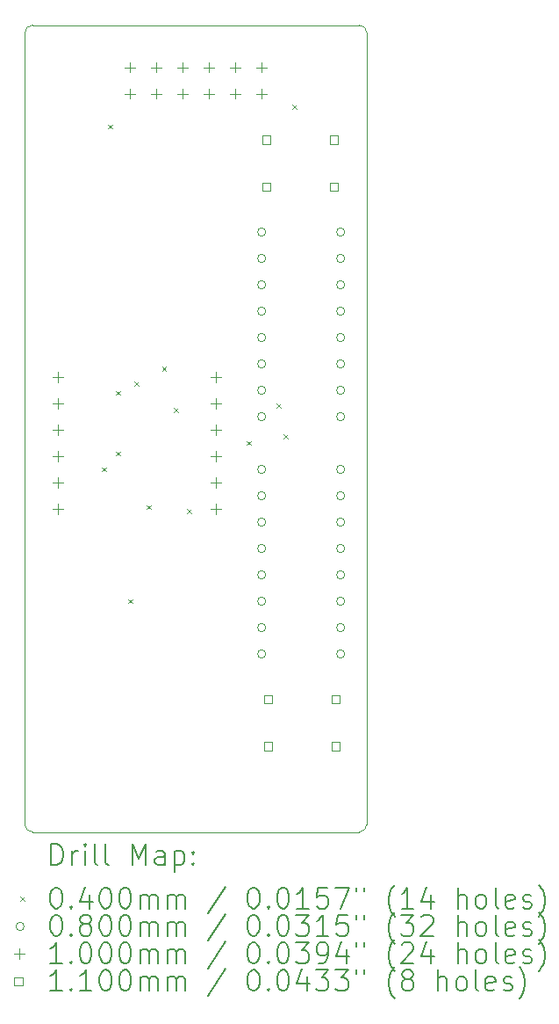
<source format=gbr>
%TF.GenerationSoftware,KiCad,Pcbnew,7.0.9-7.0.9~ubuntu20.04.1*%
%TF.CreationDate,2023-12-20T18:48:28+01:00*%
%TF.ProjectId,kicad-pmod_7seg,6b696361-642d-4706-9d6f-645f37736567,1.0*%
%TF.SameCoordinates,Original*%
%TF.FileFunction,Drillmap*%
%TF.FilePolarity,Positive*%
%FSLAX45Y45*%
G04 Gerber Fmt 4.5, Leading zero omitted, Abs format (unit mm)*
G04 Created by KiCad (PCBNEW 7.0.9-7.0.9~ubuntu20.04.1) date 2023-12-20 18:48:28*
%MOMM*%
%LPD*%
G01*
G04 APERTURE LIST*
%ADD10C,0.100000*%
%ADD11C,0.200000*%
%ADD12C,0.110000*%
G04 APERTURE END LIST*
D10*
X14909800Y-12192000D02*
G75*
G03*
X14986000Y-12115800I0J76200D01*
G01*
X14986000Y-4495800D02*
G75*
G03*
X14909800Y-4419600I-76200J0D01*
G01*
X11760200Y-4419600D02*
G75*
G03*
X11684000Y-4495800I0J-76200D01*
G01*
X11684000Y-12115800D02*
G75*
G03*
X11760200Y-12192000I76200J0D01*
G01*
X14986000Y-12115800D02*
X14986000Y-4495800D01*
X11760200Y-12192000D02*
X14909800Y-12192000D01*
X11684000Y-4495800D02*
X11684000Y-12115800D01*
X14909800Y-4419600D02*
X11760200Y-4419600D01*
D11*
D10*
X12426000Y-8679500D02*
X12466000Y-8719500D01*
X12466000Y-8679500D02*
X12426000Y-8719500D01*
X12489500Y-5377500D02*
X12529500Y-5417500D01*
X12529500Y-5377500D02*
X12489500Y-5417500D01*
X12565700Y-7942900D02*
X12605700Y-7982900D01*
X12605700Y-7942900D02*
X12565700Y-7982900D01*
X12565700Y-8527100D02*
X12605700Y-8567100D01*
X12605700Y-8527100D02*
X12565700Y-8567100D01*
X12680000Y-9949500D02*
X12720000Y-9989500D01*
X12720000Y-9949500D02*
X12680000Y-9989500D01*
X12743500Y-7854000D02*
X12783500Y-7894000D01*
X12783500Y-7854000D02*
X12743500Y-7894000D01*
X12858610Y-9044260D02*
X12898610Y-9084260D01*
X12898610Y-9044260D02*
X12858610Y-9084260D01*
X13008820Y-7711970D02*
X13048820Y-7751970D01*
X13048820Y-7711970D02*
X13008820Y-7751970D01*
X13124500Y-8108000D02*
X13164500Y-8148000D01*
X13164500Y-8108000D02*
X13124500Y-8148000D01*
X13249450Y-9079810D02*
X13289450Y-9119810D01*
X13289450Y-9079810D02*
X13249450Y-9119810D01*
X13823000Y-8425500D02*
X13863000Y-8465500D01*
X13863000Y-8425500D02*
X13823000Y-8465500D01*
X14111230Y-8063340D02*
X14151230Y-8103340D01*
X14151230Y-8063340D02*
X14111230Y-8103340D01*
X14178840Y-8362240D02*
X14218840Y-8402240D01*
X14218840Y-8362240D02*
X14178840Y-8402240D01*
X14267500Y-5187000D02*
X14307500Y-5227000D01*
X14307500Y-5187000D02*
X14267500Y-5227000D01*
X14010000Y-6413500D02*
G75*
G03*
X14010000Y-6413500I-40000J0D01*
G01*
X14010000Y-6667500D02*
G75*
G03*
X14010000Y-6667500I-40000J0D01*
G01*
X14010000Y-6921500D02*
G75*
G03*
X14010000Y-6921500I-40000J0D01*
G01*
X14010000Y-7175500D02*
G75*
G03*
X14010000Y-7175500I-40000J0D01*
G01*
X14010000Y-7429500D02*
G75*
G03*
X14010000Y-7429500I-40000J0D01*
G01*
X14010000Y-7683500D02*
G75*
G03*
X14010000Y-7683500I-40000J0D01*
G01*
X14010000Y-7937500D02*
G75*
G03*
X14010000Y-7937500I-40000J0D01*
G01*
X14010000Y-8191500D02*
G75*
G03*
X14010000Y-8191500I-40000J0D01*
G01*
X14010000Y-8699500D02*
G75*
G03*
X14010000Y-8699500I-40000J0D01*
G01*
X14010000Y-8953500D02*
G75*
G03*
X14010000Y-8953500I-40000J0D01*
G01*
X14010000Y-9207500D02*
G75*
G03*
X14010000Y-9207500I-40000J0D01*
G01*
X14010000Y-9461500D02*
G75*
G03*
X14010000Y-9461500I-40000J0D01*
G01*
X14010000Y-9715500D02*
G75*
G03*
X14010000Y-9715500I-40000J0D01*
G01*
X14010000Y-9969500D02*
G75*
G03*
X14010000Y-9969500I-40000J0D01*
G01*
X14010000Y-10223500D02*
G75*
G03*
X14010000Y-10223500I-40000J0D01*
G01*
X14010000Y-10477500D02*
G75*
G03*
X14010000Y-10477500I-40000J0D01*
G01*
X14772000Y-6413500D02*
G75*
G03*
X14772000Y-6413500I-40000J0D01*
G01*
X14772000Y-6667500D02*
G75*
G03*
X14772000Y-6667500I-40000J0D01*
G01*
X14772000Y-6921500D02*
G75*
G03*
X14772000Y-6921500I-40000J0D01*
G01*
X14772000Y-7175500D02*
G75*
G03*
X14772000Y-7175500I-40000J0D01*
G01*
X14772000Y-7429500D02*
G75*
G03*
X14772000Y-7429500I-40000J0D01*
G01*
X14772000Y-7683500D02*
G75*
G03*
X14772000Y-7683500I-40000J0D01*
G01*
X14772000Y-7937500D02*
G75*
G03*
X14772000Y-7937500I-40000J0D01*
G01*
X14772000Y-8191500D02*
G75*
G03*
X14772000Y-8191500I-40000J0D01*
G01*
X14772000Y-8699500D02*
G75*
G03*
X14772000Y-8699500I-40000J0D01*
G01*
X14772000Y-8953500D02*
G75*
G03*
X14772000Y-8953500I-40000J0D01*
G01*
X14772000Y-9207500D02*
G75*
G03*
X14772000Y-9207500I-40000J0D01*
G01*
X14772000Y-9461500D02*
G75*
G03*
X14772000Y-9461500I-40000J0D01*
G01*
X14772000Y-9715500D02*
G75*
G03*
X14772000Y-9715500I-40000J0D01*
G01*
X14772000Y-9969500D02*
G75*
G03*
X14772000Y-9969500I-40000J0D01*
G01*
X14772000Y-10223500D02*
G75*
G03*
X14772000Y-10223500I-40000J0D01*
G01*
X14772000Y-10477500D02*
G75*
G03*
X14772000Y-10477500I-40000J0D01*
G01*
X12001500Y-7760500D02*
X12001500Y-7860500D01*
X11951500Y-7810500D02*
X12051500Y-7810500D01*
X12001500Y-8014500D02*
X12001500Y-8114500D01*
X11951500Y-8064500D02*
X12051500Y-8064500D01*
X12001500Y-8268500D02*
X12001500Y-8368500D01*
X11951500Y-8318500D02*
X12051500Y-8318500D01*
X12001500Y-8522500D02*
X12001500Y-8622500D01*
X11951500Y-8572500D02*
X12051500Y-8572500D01*
X12001500Y-8776500D02*
X12001500Y-8876500D01*
X11951500Y-8826500D02*
X12051500Y-8826500D01*
X12001500Y-9030500D02*
X12001500Y-9130500D01*
X11951500Y-9080500D02*
X12051500Y-9080500D01*
X12700000Y-4776000D02*
X12700000Y-4876000D01*
X12650000Y-4826000D02*
X12750000Y-4826000D01*
X12700000Y-5030000D02*
X12700000Y-5130000D01*
X12650000Y-5080000D02*
X12750000Y-5080000D01*
X12954000Y-4776000D02*
X12954000Y-4876000D01*
X12904000Y-4826000D02*
X13004000Y-4826000D01*
X12954000Y-5030000D02*
X12954000Y-5130000D01*
X12904000Y-5080000D02*
X13004000Y-5080000D01*
X13208000Y-4776000D02*
X13208000Y-4876000D01*
X13158000Y-4826000D02*
X13258000Y-4826000D01*
X13208000Y-5030000D02*
X13208000Y-5130000D01*
X13158000Y-5080000D02*
X13258000Y-5080000D01*
X13462000Y-4776000D02*
X13462000Y-4876000D01*
X13412000Y-4826000D02*
X13512000Y-4826000D01*
X13462000Y-5030000D02*
X13462000Y-5130000D01*
X13412000Y-5080000D02*
X13512000Y-5080000D01*
X13525500Y-7760500D02*
X13525500Y-7860500D01*
X13475500Y-7810500D02*
X13575500Y-7810500D01*
X13525500Y-8014500D02*
X13525500Y-8114500D01*
X13475500Y-8064500D02*
X13575500Y-8064500D01*
X13525500Y-8268500D02*
X13525500Y-8368500D01*
X13475500Y-8318500D02*
X13575500Y-8318500D01*
X13525500Y-8522500D02*
X13525500Y-8622500D01*
X13475500Y-8572500D02*
X13575500Y-8572500D01*
X13525500Y-8776500D02*
X13525500Y-8876500D01*
X13475500Y-8826500D02*
X13575500Y-8826500D01*
X13525500Y-9030500D02*
X13525500Y-9130500D01*
X13475500Y-9080500D02*
X13575500Y-9080500D01*
X13716000Y-4776000D02*
X13716000Y-4876000D01*
X13666000Y-4826000D02*
X13766000Y-4826000D01*
X13716000Y-5030000D02*
X13716000Y-5130000D01*
X13666000Y-5080000D02*
X13766000Y-5080000D01*
X13970000Y-4776000D02*
X13970000Y-4876000D01*
X13920000Y-4826000D02*
X14020000Y-4826000D01*
X13970000Y-5030000D02*
X13970000Y-5130000D01*
X13920000Y-5080000D02*
X14020000Y-5080000D01*
D12*
X14057391Y-5563391D02*
X14057391Y-5485609D01*
X13979609Y-5485609D01*
X13979609Y-5563391D01*
X14057391Y-5563391D01*
X14057391Y-6013391D02*
X14057391Y-5935609D01*
X13979609Y-5935609D01*
X13979609Y-6013391D01*
X14057391Y-6013391D01*
X14072391Y-10955391D02*
X14072391Y-10877609D01*
X13994609Y-10877609D01*
X13994609Y-10955391D01*
X14072391Y-10955391D01*
X14072391Y-11405391D02*
X14072391Y-11327609D01*
X13994609Y-11327609D01*
X13994609Y-11405391D01*
X14072391Y-11405391D01*
X14707391Y-5563391D02*
X14707391Y-5485609D01*
X14629609Y-5485609D01*
X14629609Y-5563391D01*
X14707391Y-5563391D01*
X14707391Y-6013391D02*
X14707391Y-5935609D01*
X14629609Y-5935609D01*
X14629609Y-6013391D01*
X14707391Y-6013391D01*
X14722391Y-10955391D02*
X14722391Y-10877609D01*
X14644609Y-10877609D01*
X14644609Y-10955391D01*
X14722391Y-10955391D01*
X14722391Y-11405391D02*
X14722391Y-11327609D01*
X14644609Y-11327609D01*
X14644609Y-11405391D01*
X14722391Y-11405391D01*
D11*
X11939777Y-12508484D02*
X11939777Y-12308484D01*
X11939777Y-12308484D02*
X11987396Y-12308484D01*
X11987396Y-12308484D02*
X12015967Y-12318008D01*
X12015967Y-12318008D02*
X12035015Y-12337055D01*
X12035015Y-12337055D02*
X12044539Y-12356103D01*
X12044539Y-12356103D02*
X12054062Y-12394198D01*
X12054062Y-12394198D02*
X12054062Y-12422769D01*
X12054062Y-12422769D02*
X12044539Y-12460865D01*
X12044539Y-12460865D02*
X12035015Y-12479912D01*
X12035015Y-12479912D02*
X12015967Y-12498960D01*
X12015967Y-12498960D02*
X11987396Y-12508484D01*
X11987396Y-12508484D02*
X11939777Y-12508484D01*
X12139777Y-12508484D02*
X12139777Y-12375150D01*
X12139777Y-12413246D02*
X12149301Y-12394198D01*
X12149301Y-12394198D02*
X12158824Y-12384674D01*
X12158824Y-12384674D02*
X12177872Y-12375150D01*
X12177872Y-12375150D02*
X12196920Y-12375150D01*
X12263586Y-12508484D02*
X12263586Y-12375150D01*
X12263586Y-12308484D02*
X12254062Y-12318008D01*
X12254062Y-12318008D02*
X12263586Y-12327531D01*
X12263586Y-12327531D02*
X12273110Y-12318008D01*
X12273110Y-12318008D02*
X12263586Y-12308484D01*
X12263586Y-12308484D02*
X12263586Y-12327531D01*
X12387396Y-12508484D02*
X12368348Y-12498960D01*
X12368348Y-12498960D02*
X12358824Y-12479912D01*
X12358824Y-12479912D02*
X12358824Y-12308484D01*
X12492158Y-12508484D02*
X12473110Y-12498960D01*
X12473110Y-12498960D02*
X12463586Y-12479912D01*
X12463586Y-12479912D02*
X12463586Y-12308484D01*
X12720729Y-12508484D02*
X12720729Y-12308484D01*
X12720729Y-12308484D02*
X12787396Y-12451341D01*
X12787396Y-12451341D02*
X12854062Y-12308484D01*
X12854062Y-12308484D02*
X12854062Y-12508484D01*
X13035015Y-12508484D02*
X13035015Y-12403722D01*
X13035015Y-12403722D02*
X13025491Y-12384674D01*
X13025491Y-12384674D02*
X13006443Y-12375150D01*
X13006443Y-12375150D02*
X12968348Y-12375150D01*
X12968348Y-12375150D02*
X12949301Y-12384674D01*
X13035015Y-12498960D02*
X13015967Y-12508484D01*
X13015967Y-12508484D02*
X12968348Y-12508484D01*
X12968348Y-12508484D02*
X12949301Y-12498960D01*
X12949301Y-12498960D02*
X12939777Y-12479912D01*
X12939777Y-12479912D02*
X12939777Y-12460865D01*
X12939777Y-12460865D02*
X12949301Y-12441817D01*
X12949301Y-12441817D02*
X12968348Y-12432293D01*
X12968348Y-12432293D02*
X13015967Y-12432293D01*
X13015967Y-12432293D02*
X13035015Y-12422769D01*
X13130253Y-12375150D02*
X13130253Y-12575150D01*
X13130253Y-12384674D02*
X13149301Y-12375150D01*
X13149301Y-12375150D02*
X13187396Y-12375150D01*
X13187396Y-12375150D02*
X13206443Y-12384674D01*
X13206443Y-12384674D02*
X13215967Y-12394198D01*
X13215967Y-12394198D02*
X13225491Y-12413246D01*
X13225491Y-12413246D02*
X13225491Y-12470388D01*
X13225491Y-12470388D02*
X13215967Y-12489436D01*
X13215967Y-12489436D02*
X13206443Y-12498960D01*
X13206443Y-12498960D02*
X13187396Y-12508484D01*
X13187396Y-12508484D02*
X13149301Y-12508484D01*
X13149301Y-12508484D02*
X13130253Y-12498960D01*
X13311205Y-12489436D02*
X13320729Y-12498960D01*
X13320729Y-12498960D02*
X13311205Y-12508484D01*
X13311205Y-12508484D02*
X13301682Y-12498960D01*
X13301682Y-12498960D02*
X13311205Y-12489436D01*
X13311205Y-12489436D02*
X13311205Y-12508484D01*
X13311205Y-12384674D02*
X13320729Y-12394198D01*
X13320729Y-12394198D02*
X13311205Y-12403722D01*
X13311205Y-12403722D02*
X13301682Y-12394198D01*
X13301682Y-12394198D02*
X13311205Y-12384674D01*
X13311205Y-12384674D02*
X13311205Y-12403722D01*
D10*
X11639000Y-12817000D02*
X11679000Y-12857000D01*
X11679000Y-12817000D02*
X11639000Y-12857000D01*
D11*
X11977872Y-12728484D02*
X11996920Y-12728484D01*
X11996920Y-12728484D02*
X12015967Y-12738008D01*
X12015967Y-12738008D02*
X12025491Y-12747531D01*
X12025491Y-12747531D02*
X12035015Y-12766579D01*
X12035015Y-12766579D02*
X12044539Y-12804674D01*
X12044539Y-12804674D02*
X12044539Y-12852293D01*
X12044539Y-12852293D02*
X12035015Y-12890388D01*
X12035015Y-12890388D02*
X12025491Y-12909436D01*
X12025491Y-12909436D02*
X12015967Y-12918960D01*
X12015967Y-12918960D02*
X11996920Y-12928484D01*
X11996920Y-12928484D02*
X11977872Y-12928484D01*
X11977872Y-12928484D02*
X11958824Y-12918960D01*
X11958824Y-12918960D02*
X11949301Y-12909436D01*
X11949301Y-12909436D02*
X11939777Y-12890388D01*
X11939777Y-12890388D02*
X11930253Y-12852293D01*
X11930253Y-12852293D02*
X11930253Y-12804674D01*
X11930253Y-12804674D02*
X11939777Y-12766579D01*
X11939777Y-12766579D02*
X11949301Y-12747531D01*
X11949301Y-12747531D02*
X11958824Y-12738008D01*
X11958824Y-12738008D02*
X11977872Y-12728484D01*
X12130253Y-12909436D02*
X12139777Y-12918960D01*
X12139777Y-12918960D02*
X12130253Y-12928484D01*
X12130253Y-12928484D02*
X12120729Y-12918960D01*
X12120729Y-12918960D02*
X12130253Y-12909436D01*
X12130253Y-12909436D02*
X12130253Y-12928484D01*
X12311205Y-12795150D02*
X12311205Y-12928484D01*
X12263586Y-12718960D02*
X12215967Y-12861817D01*
X12215967Y-12861817D02*
X12339777Y-12861817D01*
X12454062Y-12728484D02*
X12473110Y-12728484D01*
X12473110Y-12728484D02*
X12492158Y-12738008D01*
X12492158Y-12738008D02*
X12501682Y-12747531D01*
X12501682Y-12747531D02*
X12511205Y-12766579D01*
X12511205Y-12766579D02*
X12520729Y-12804674D01*
X12520729Y-12804674D02*
X12520729Y-12852293D01*
X12520729Y-12852293D02*
X12511205Y-12890388D01*
X12511205Y-12890388D02*
X12501682Y-12909436D01*
X12501682Y-12909436D02*
X12492158Y-12918960D01*
X12492158Y-12918960D02*
X12473110Y-12928484D01*
X12473110Y-12928484D02*
X12454062Y-12928484D01*
X12454062Y-12928484D02*
X12435015Y-12918960D01*
X12435015Y-12918960D02*
X12425491Y-12909436D01*
X12425491Y-12909436D02*
X12415967Y-12890388D01*
X12415967Y-12890388D02*
X12406443Y-12852293D01*
X12406443Y-12852293D02*
X12406443Y-12804674D01*
X12406443Y-12804674D02*
X12415967Y-12766579D01*
X12415967Y-12766579D02*
X12425491Y-12747531D01*
X12425491Y-12747531D02*
X12435015Y-12738008D01*
X12435015Y-12738008D02*
X12454062Y-12728484D01*
X12644539Y-12728484D02*
X12663586Y-12728484D01*
X12663586Y-12728484D02*
X12682634Y-12738008D01*
X12682634Y-12738008D02*
X12692158Y-12747531D01*
X12692158Y-12747531D02*
X12701682Y-12766579D01*
X12701682Y-12766579D02*
X12711205Y-12804674D01*
X12711205Y-12804674D02*
X12711205Y-12852293D01*
X12711205Y-12852293D02*
X12701682Y-12890388D01*
X12701682Y-12890388D02*
X12692158Y-12909436D01*
X12692158Y-12909436D02*
X12682634Y-12918960D01*
X12682634Y-12918960D02*
X12663586Y-12928484D01*
X12663586Y-12928484D02*
X12644539Y-12928484D01*
X12644539Y-12928484D02*
X12625491Y-12918960D01*
X12625491Y-12918960D02*
X12615967Y-12909436D01*
X12615967Y-12909436D02*
X12606443Y-12890388D01*
X12606443Y-12890388D02*
X12596920Y-12852293D01*
X12596920Y-12852293D02*
X12596920Y-12804674D01*
X12596920Y-12804674D02*
X12606443Y-12766579D01*
X12606443Y-12766579D02*
X12615967Y-12747531D01*
X12615967Y-12747531D02*
X12625491Y-12738008D01*
X12625491Y-12738008D02*
X12644539Y-12728484D01*
X12796920Y-12928484D02*
X12796920Y-12795150D01*
X12796920Y-12814198D02*
X12806443Y-12804674D01*
X12806443Y-12804674D02*
X12825491Y-12795150D01*
X12825491Y-12795150D02*
X12854063Y-12795150D01*
X12854063Y-12795150D02*
X12873110Y-12804674D01*
X12873110Y-12804674D02*
X12882634Y-12823722D01*
X12882634Y-12823722D02*
X12882634Y-12928484D01*
X12882634Y-12823722D02*
X12892158Y-12804674D01*
X12892158Y-12804674D02*
X12911205Y-12795150D01*
X12911205Y-12795150D02*
X12939777Y-12795150D01*
X12939777Y-12795150D02*
X12958824Y-12804674D01*
X12958824Y-12804674D02*
X12968348Y-12823722D01*
X12968348Y-12823722D02*
X12968348Y-12928484D01*
X13063586Y-12928484D02*
X13063586Y-12795150D01*
X13063586Y-12814198D02*
X13073110Y-12804674D01*
X13073110Y-12804674D02*
X13092158Y-12795150D01*
X13092158Y-12795150D02*
X13120729Y-12795150D01*
X13120729Y-12795150D02*
X13139777Y-12804674D01*
X13139777Y-12804674D02*
X13149301Y-12823722D01*
X13149301Y-12823722D02*
X13149301Y-12928484D01*
X13149301Y-12823722D02*
X13158824Y-12804674D01*
X13158824Y-12804674D02*
X13177872Y-12795150D01*
X13177872Y-12795150D02*
X13206443Y-12795150D01*
X13206443Y-12795150D02*
X13225491Y-12804674D01*
X13225491Y-12804674D02*
X13235015Y-12823722D01*
X13235015Y-12823722D02*
X13235015Y-12928484D01*
X13625491Y-12718960D02*
X13454063Y-12976103D01*
X13882634Y-12728484D02*
X13901682Y-12728484D01*
X13901682Y-12728484D02*
X13920729Y-12738008D01*
X13920729Y-12738008D02*
X13930253Y-12747531D01*
X13930253Y-12747531D02*
X13939777Y-12766579D01*
X13939777Y-12766579D02*
X13949301Y-12804674D01*
X13949301Y-12804674D02*
X13949301Y-12852293D01*
X13949301Y-12852293D02*
X13939777Y-12890388D01*
X13939777Y-12890388D02*
X13930253Y-12909436D01*
X13930253Y-12909436D02*
X13920729Y-12918960D01*
X13920729Y-12918960D02*
X13901682Y-12928484D01*
X13901682Y-12928484D02*
X13882634Y-12928484D01*
X13882634Y-12928484D02*
X13863586Y-12918960D01*
X13863586Y-12918960D02*
X13854063Y-12909436D01*
X13854063Y-12909436D02*
X13844539Y-12890388D01*
X13844539Y-12890388D02*
X13835015Y-12852293D01*
X13835015Y-12852293D02*
X13835015Y-12804674D01*
X13835015Y-12804674D02*
X13844539Y-12766579D01*
X13844539Y-12766579D02*
X13854063Y-12747531D01*
X13854063Y-12747531D02*
X13863586Y-12738008D01*
X13863586Y-12738008D02*
X13882634Y-12728484D01*
X14035015Y-12909436D02*
X14044539Y-12918960D01*
X14044539Y-12918960D02*
X14035015Y-12928484D01*
X14035015Y-12928484D02*
X14025491Y-12918960D01*
X14025491Y-12918960D02*
X14035015Y-12909436D01*
X14035015Y-12909436D02*
X14035015Y-12928484D01*
X14168348Y-12728484D02*
X14187396Y-12728484D01*
X14187396Y-12728484D02*
X14206444Y-12738008D01*
X14206444Y-12738008D02*
X14215967Y-12747531D01*
X14215967Y-12747531D02*
X14225491Y-12766579D01*
X14225491Y-12766579D02*
X14235015Y-12804674D01*
X14235015Y-12804674D02*
X14235015Y-12852293D01*
X14235015Y-12852293D02*
X14225491Y-12890388D01*
X14225491Y-12890388D02*
X14215967Y-12909436D01*
X14215967Y-12909436D02*
X14206444Y-12918960D01*
X14206444Y-12918960D02*
X14187396Y-12928484D01*
X14187396Y-12928484D02*
X14168348Y-12928484D01*
X14168348Y-12928484D02*
X14149301Y-12918960D01*
X14149301Y-12918960D02*
X14139777Y-12909436D01*
X14139777Y-12909436D02*
X14130253Y-12890388D01*
X14130253Y-12890388D02*
X14120729Y-12852293D01*
X14120729Y-12852293D02*
X14120729Y-12804674D01*
X14120729Y-12804674D02*
X14130253Y-12766579D01*
X14130253Y-12766579D02*
X14139777Y-12747531D01*
X14139777Y-12747531D02*
X14149301Y-12738008D01*
X14149301Y-12738008D02*
X14168348Y-12728484D01*
X14425491Y-12928484D02*
X14311206Y-12928484D01*
X14368348Y-12928484D02*
X14368348Y-12728484D01*
X14368348Y-12728484D02*
X14349301Y-12757055D01*
X14349301Y-12757055D02*
X14330253Y-12776103D01*
X14330253Y-12776103D02*
X14311206Y-12785627D01*
X14606444Y-12728484D02*
X14511206Y-12728484D01*
X14511206Y-12728484D02*
X14501682Y-12823722D01*
X14501682Y-12823722D02*
X14511206Y-12814198D01*
X14511206Y-12814198D02*
X14530253Y-12804674D01*
X14530253Y-12804674D02*
X14577872Y-12804674D01*
X14577872Y-12804674D02*
X14596920Y-12814198D01*
X14596920Y-12814198D02*
X14606444Y-12823722D01*
X14606444Y-12823722D02*
X14615967Y-12842769D01*
X14615967Y-12842769D02*
X14615967Y-12890388D01*
X14615967Y-12890388D02*
X14606444Y-12909436D01*
X14606444Y-12909436D02*
X14596920Y-12918960D01*
X14596920Y-12918960D02*
X14577872Y-12928484D01*
X14577872Y-12928484D02*
X14530253Y-12928484D01*
X14530253Y-12928484D02*
X14511206Y-12918960D01*
X14511206Y-12918960D02*
X14501682Y-12909436D01*
X14682634Y-12728484D02*
X14815967Y-12728484D01*
X14815967Y-12728484D02*
X14730253Y-12928484D01*
X14882634Y-12728484D02*
X14882634Y-12766579D01*
X14958825Y-12728484D02*
X14958825Y-12766579D01*
X15254063Y-13004674D02*
X15244539Y-12995150D01*
X15244539Y-12995150D02*
X15225491Y-12966579D01*
X15225491Y-12966579D02*
X15215968Y-12947531D01*
X15215968Y-12947531D02*
X15206444Y-12918960D01*
X15206444Y-12918960D02*
X15196920Y-12871341D01*
X15196920Y-12871341D02*
X15196920Y-12833246D01*
X15196920Y-12833246D02*
X15206444Y-12785627D01*
X15206444Y-12785627D02*
X15215968Y-12757055D01*
X15215968Y-12757055D02*
X15225491Y-12738008D01*
X15225491Y-12738008D02*
X15244539Y-12709436D01*
X15244539Y-12709436D02*
X15254063Y-12699912D01*
X15435015Y-12928484D02*
X15320729Y-12928484D01*
X15377872Y-12928484D02*
X15377872Y-12728484D01*
X15377872Y-12728484D02*
X15358825Y-12757055D01*
X15358825Y-12757055D02*
X15339777Y-12776103D01*
X15339777Y-12776103D02*
X15320729Y-12785627D01*
X15606444Y-12795150D02*
X15606444Y-12928484D01*
X15558825Y-12718960D02*
X15511206Y-12861817D01*
X15511206Y-12861817D02*
X15635015Y-12861817D01*
X15863587Y-12928484D02*
X15863587Y-12728484D01*
X15949301Y-12928484D02*
X15949301Y-12823722D01*
X15949301Y-12823722D02*
X15939777Y-12804674D01*
X15939777Y-12804674D02*
X15920730Y-12795150D01*
X15920730Y-12795150D02*
X15892158Y-12795150D01*
X15892158Y-12795150D02*
X15873110Y-12804674D01*
X15873110Y-12804674D02*
X15863587Y-12814198D01*
X16073110Y-12928484D02*
X16054063Y-12918960D01*
X16054063Y-12918960D02*
X16044539Y-12909436D01*
X16044539Y-12909436D02*
X16035015Y-12890388D01*
X16035015Y-12890388D02*
X16035015Y-12833246D01*
X16035015Y-12833246D02*
X16044539Y-12814198D01*
X16044539Y-12814198D02*
X16054063Y-12804674D01*
X16054063Y-12804674D02*
X16073110Y-12795150D01*
X16073110Y-12795150D02*
X16101682Y-12795150D01*
X16101682Y-12795150D02*
X16120730Y-12804674D01*
X16120730Y-12804674D02*
X16130253Y-12814198D01*
X16130253Y-12814198D02*
X16139777Y-12833246D01*
X16139777Y-12833246D02*
X16139777Y-12890388D01*
X16139777Y-12890388D02*
X16130253Y-12909436D01*
X16130253Y-12909436D02*
X16120730Y-12918960D01*
X16120730Y-12918960D02*
X16101682Y-12928484D01*
X16101682Y-12928484D02*
X16073110Y-12928484D01*
X16254063Y-12928484D02*
X16235015Y-12918960D01*
X16235015Y-12918960D02*
X16225491Y-12899912D01*
X16225491Y-12899912D02*
X16225491Y-12728484D01*
X16406444Y-12918960D02*
X16387396Y-12928484D01*
X16387396Y-12928484D02*
X16349301Y-12928484D01*
X16349301Y-12928484D02*
X16330253Y-12918960D01*
X16330253Y-12918960D02*
X16320730Y-12899912D01*
X16320730Y-12899912D02*
X16320730Y-12823722D01*
X16320730Y-12823722D02*
X16330253Y-12804674D01*
X16330253Y-12804674D02*
X16349301Y-12795150D01*
X16349301Y-12795150D02*
X16387396Y-12795150D01*
X16387396Y-12795150D02*
X16406444Y-12804674D01*
X16406444Y-12804674D02*
X16415968Y-12823722D01*
X16415968Y-12823722D02*
X16415968Y-12842769D01*
X16415968Y-12842769D02*
X16320730Y-12861817D01*
X16492158Y-12918960D02*
X16511206Y-12928484D01*
X16511206Y-12928484D02*
X16549301Y-12928484D01*
X16549301Y-12928484D02*
X16568349Y-12918960D01*
X16568349Y-12918960D02*
X16577872Y-12899912D01*
X16577872Y-12899912D02*
X16577872Y-12890388D01*
X16577872Y-12890388D02*
X16568349Y-12871341D01*
X16568349Y-12871341D02*
X16549301Y-12861817D01*
X16549301Y-12861817D02*
X16520730Y-12861817D01*
X16520730Y-12861817D02*
X16501682Y-12852293D01*
X16501682Y-12852293D02*
X16492158Y-12833246D01*
X16492158Y-12833246D02*
X16492158Y-12823722D01*
X16492158Y-12823722D02*
X16501682Y-12804674D01*
X16501682Y-12804674D02*
X16520730Y-12795150D01*
X16520730Y-12795150D02*
X16549301Y-12795150D01*
X16549301Y-12795150D02*
X16568349Y-12804674D01*
X16644539Y-13004674D02*
X16654063Y-12995150D01*
X16654063Y-12995150D02*
X16673111Y-12966579D01*
X16673111Y-12966579D02*
X16682634Y-12947531D01*
X16682634Y-12947531D02*
X16692158Y-12918960D01*
X16692158Y-12918960D02*
X16701682Y-12871341D01*
X16701682Y-12871341D02*
X16701682Y-12833246D01*
X16701682Y-12833246D02*
X16692158Y-12785627D01*
X16692158Y-12785627D02*
X16682634Y-12757055D01*
X16682634Y-12757055D02*
X16673111Y-12738008D01*
X16673111Y-12738008D02*
X16654063Y-12709436D01*
X16654063Y-12709436D02*
X16644539Y-12699912D01*
D10*
X11679000Y-13101000D02*
G75*
G03*
X11679000Y-13101000I-40000J0D01*
G01*
D11*
X11977872Y-12992484D02*
X11996920Y-12992484D01*
X11996920Y-12992484D02*
X12015967Y-13002008D01*
X12015967Y-13002008D02*
X12025491Y-13011531D01*
X12025491Y-13011531D02*
X12035015Y-13030579D01*
X12035015Y-13030579D02*
X12044539Y-13068674D01*
X12044539Y-13068674D02*
X12044539Y-13116293D01*
X12044539Y-13116293D02*
X12035015Y-13154388D01*
X12035015Y-13154388D02*
X12025491Y-13173436D01*
X12025491Y-13173436D02*
X12015967Y-13182960D01*
X12015967Y-13182960D02*
X11996920Y-13192484D01*
X11996920Y-13192484D02*
X11977872Y-13192484D01*
X11977872Y-13192484D02*
X11958824Y-13182960D01*
X11958824Y-13182960D02*
X11949301Y-13173436D01*
X11949301Y-13173436D02*
X11939777Y-13154388D01*
X11939777Y-13154388D02*
X11930253Y-13116293D01*
X11930253Y-13116293D02*
X11930253Y-13068674D01*
X11930253Y-13068674D02*
X11939777Y-13030579D01*
X11939777Y-13030579D02*
X11949301Y-13011531D01*
X11949301Y-13011531D02*
X11958824Y-13002008D01*
X11958824Y-13002008D02*
X11977872Y-12992484D01*
X12130253Y-13173436D02*
X12139777Y-13182960D01*
X12139777Y-13182960D02*
X12130253Y-13192484D01*
X12130253Y-13192484D02*
X12120729Y-13182960D01*
X12120729Y-13182960D02*
X12130253Y-13173436D01*
X12130253Y-13173436D02*
X12130253Y-13192484D01*
X12254062Y-13078198D02*
X12235015Y-13068674D01*
X12235015Y-13068674D02*
X12225491Y-13059150D01*
X12225491Y-13059150D02*
X12215967Y-13040103D01*
X12215967Y-13040103D02*
X12215967Y-13030579D01*
X12215967Y-13030579D02*
X12225491Y-13011531D01*
X12225491Y-13011531D02*
X12235015Y-13002008D01*
X12235015Y-13002008D02*
X12254062Y-12992484D01*
X12254062Y-12992484D02*
X12292158Y-12992484D01*
X12292158Y-12992484D02*
X12311205Y-13002008D01*
X12311205Y-13002008D02*
X12320729Y-13011531D01*
X12320729Y-13011531D02*
X12330253Y-13030579D01*
X12330253Y-13030579D02*
X12330253Y-13040103D01*
X12330253Y-13040103D02*
X12320729Y-13059150D01*
X12320729Y-13059150D02*
X12311205Y-13068674D01*
X12311205Y-13068674D02*
X12292158Y-13078198D01*
X12292158Y-13078198D02*
X12254062Y-13078198D01*
X12254062Y-13078198D02*
X12235015Y-13087722D01*
X12235015Y-13087722D02*
X12225491Y-13097246D01*
X12225491Y-13097246D02*
X12215967Y-13116293D01*
X12215967Y-13116293D02*
X12215967Y-13154388D01*
X12215967Y-13154388D02*
X12225491Y-13173436D01*
X12225491Y-13173436D02*
X12235015Y-13182960D01*
X12235015Y-13182960D02*
X12254062Y-13192484D01*
X12254062Y-13192484D02*
X12292158Y-13192484D01*
X12292158Y-13192484D02*
X12311205Y-13182960D01*
X12311205Y-13182960D02*
X12320729Y-13173436D01*
X12320729Y-13173436D02*
X12330253Y-13154388D01*
X12330253Y-13154388D02*
X12330253Y-13116293D01*
X12330253Y-13116293D02*
X12320729Y-13097246D01*
X12320729Y-13097246D02*
X12311205Y-13087722D01*
X12311205Y-13087722D02*
X12292158Y-13078198D01*
X12454062Y-12992484D02*
X12473110Y-12992484D01*
X12473110Y-12992484D02*
X12492158Y-13002008D01*
X12492158Y-13002008D02*
X12501682Y-13011531D01*
X12501682Y-13011531D02*
X12511205Y-13030579D01*
X12511205Y-13030579D02*
X12520729Y-13068674D01*
X12520729Y-13068674D02*
X12520729Y-13116293D01*
X12520729Y-13116293D02*
X12511205Y-13154388D01*
X12511205Y-13154388D02*
X12501682Y-13173436D01*
X12501682Y-13173436D02*
X12492158Y-13182960D01*
X12492158Y-13182960D02*
X12473110Y-13192484D01*
X12473110Y-13192484D02*
X12454062Y-13192484D01*
X12454062Y-13192484D02*
X12435015Y-13182960D01*
X12435015Y-13182960D02*
X12425491Y-13173436D01*
X12425491Y-13173436D02*
X12415967Y-13154388D01*
X12415967Y-13154388D02*
X12406443Y-13116293D01*
X12406443Y-13116293D02*
X12406443Y-13068674D01*
X12406443Y-13068674D02*
X12415967Y-13030579D01*
X12415967Y-13030579D02*
X12425491Y-13011531D01*
X12425491Y-13011531D02*
X12435015Y-13002008D01*
X12435015Y-13002008D02*
X12454062Y-12992484D01*
X12644539Y-12992484D02*
X12663586Y-12992484D01*
X12663586Y-12992484D02*
X12682634Y-13002008D01*
X12682634Y-13002008D02*
X12692158Y-13011531D01*
X12692158Y-13011531D02*
X12701682Y-13030579D01*
X12701682Y-13030579D02*
X12711205Y-13068674D01*
X12711205Y-13068674D02*
X12711205Y-13116293D01*
X12711205Y-13116293D02*
X12701682Y-13154388D01*
X12701682Y-13154388D02*
X12692158Y-13173436D01*
X12692158Y-13173436D02*
X12682634Y-13182960D01*
X12682634Y-13182960D02*
X12663586Y-13192484D01*
X12663586Y-13192484D02*
X12644539Y-13192484D01*
X12644539Y-13192484D02*
X12625491Y-13182960D01*
X12625491Y-13182960D02*
X12615967Y-13173436D01*
X12615967Y-13173436D02*
X12606443Y-13154388D01*
X12606443Y-13154388D02*
X12596920Y-13116293D01*
X12596920Y-13116293D02*
X12596920Y-13068674D01*
X12596920Y-13068674D02*
X12606443Y-13030579D01*
X12606443Y-13030579D02*
X12615967Y-13011531D01*
X12615967Y-13011531D02*
X12625491Y-13002008D01*
X12625491Y-13002008D02*
X12644539Y-12992484D01*
X12796920Y-13192484D02*
X12796920Y-13059150D01*
X12796920Y-13078198D02*
X12806443Y-13068674D01*
X12806443Y-13068674D02*
X12825491Y-13059150D01*
X12825491Y-13059150D02*
X12854063Y-13059150D01*
X12854063Y-13059150D02*
X12873110Y-13068674D01*
X12873110Y-13068674D02*
X12882634Y-13087722D01*
X12882634Y-13087722D02*
X12882634Y-13192484D01*
X12882634Y-13087722D02*
X12892158Y-13068674D01*
X12892158Y-13068674D02*
X12911205Y-13059150D01*
X12911205Y-13059150D02*
X12939777Y-13059150D01*
X12939777Y-13059150D02*
X12958824Y-13068674D01*
X12958824Y-13068674D02*
X12968348Y-13087722D01*
X12968348Y-13087722D02*
X12968348Y-13192484D01*
X13063586Y-13192484D02*
X13063586Y-13059150D01*
X13063586Y-13078198D02*
X13073110Y-13068674D01*
X13073110Y-13068674D02*
X13092158Y-13059150D01*
X13092158Y-13059150D02*
X13120729Y-13059150D01*
X13120729Y-13059150D02*
X13139777Y-13068674D01*
X13139777Y-13068674D02*
X13149301Y-13087722D01*
X13149301Y-13087722D02*
X13149301Y-13192484D01*
X13149301Y-13087722D02*
X13158824Y-13068674D01*
X13158824Y-13068674D02*
X13177872Y-13059150D01*
X13177872Y-13059150D02*
X13206443Y-13059150D01*
X13206443Y-13059150D02*
X13225491Y-13068674D01*
X13225491Y-13068674D02*
X13235015Y-13087722D01*
X13235015Y-13087722D02*
X13235015Y-13192484D01*
X13625491Y-12982960D02*
X13454063Y-13240103D01*
X13882634Y-12992484D02*
X13901682Y-12992484D01*
X13901682Y-12992484D02*
X13920729Y-13002008D01*
X13920729Y-13002008D02*
X13930253Y-13011531D01*
X13930253Y-13011531D02*
X13939777Y-13030579D01*
X13939777Y-13030579D02*
X13949301Y-13068674D01*
X13949301Y-13068674D02*
X13949301Y-13116293D01*
X13949301Y-13116293D02*
X13939777Y-13154388D01*
X13939777Y-13154388D02*
X13930253Y-13173436D01*
X13930253Y-13173436D02*
X13920729Y-13182960D01*
X13920729Y-13182960D02*
X13901682Y-13192484D01*
X13901682Y-13192484D02*
X13882634Y-13192484D01*
X13882634Y-13192484D02*
X13863586Y-13182960D01*
X13863586Y-13182960D02*
X13854063Y-13173436D01*
X13854063Y-13173436D02*
X13844539Y-13154388D01*
X13844539Y-13154388D02*
X13835015Y-13116293D01*
X13835015Y-13116293D02*
X13835015Y-13068674D01*
X13835015Y-13068674D02*
X13844539Y-13030579D01*
X13844539Y-13030579D02*
X13854063Y-13011531D01*
X13854063Y-13011531D02*
X13863586Y-13002008D01*
X13863586Y-13002008D02*
X13882634Y-12992484D01*
X14035015Y-13173436D02*
X14044539Y-13182960D01*
X14044539Y-13182960D02*
X14035015Y-13192484D01*
X14035015Y-13192484D02*
X14025491Y-13182960D01*
X14025491Y-13182960D02*
X14035015Y-13173436D01*
X14035015Y-13173436D02*
X14035015Y-13192484D01*
X14168348Y-12992484D02*
X14187396Y-12992484D01*
X14187396Y-12992484D02*
X14206444Y-13002008D01*
X14206444Y-13002008D02*
X14215967Y-13011531D01*
X14215967Y-13011531D02*
X14225491Y-13030579D01*
X14225491Y-13030579D02*
X14235015Y-13068674D01*
X14235015Y-13068674D02*
X14235015Y-13116293D01*
X14235015Y-13116293D02*
X14225491Y-13154388D01*
X14225491Y-13154388D02*
X14215967Y-13173436D01*
X14215967Y-13173436D02*
X14206444Y-13182960D01*
X14206444Y-13182960D02*
X14187396Y-13192484D01*
X14187396Y-13192484D02*
X14168348Y-13192484D01*
X14168348Y-13192484D02*
X14149301Y-13182960D01*
X14149301Y-13182960D02*
X14139777Y-13173436D01*
X14139777Y-13173436D02*
X14130253Y-13154388D01*
X14130253Y-13154388D02*
X14120729Y-13116293D01*
X14120729Y-13116293D02*
X14120729Y-13068674D01*
X14120729Y-13068674D02*
X14130253Y-13030579D01*
X14130253Y-13030579D02*
X14139777Y-13011531D01*
X14139777Y-13011531D02*
X14149301Y-13002008D01*
X14149301Y-13002008D02*
X14168348Y-12992484D01*
X14301682Y-12992484D02*
X14425491Y-12992484D01*
X14425491Y-12992484D02*
X14358825Y-13068674D01*
X14358825Y-13068674D02*
X14387396Y-13068674D01*
X14387396Y-13068674D02*
X14406444Y-13078198D01*
X14406444Y-13078198D02*
X14415967Y-13087722D01*
X14415967Y-13087722D02*
X14425491Y-13106769D01*
X14425491Y-13106769D02*
X14425491Y-13154388D01*
X14425491Y-13154388D02*
X14415967Y-13173436D01*
X14415967Y-13173436D02*
X14406444Y-13182960D01*
X14406444Y-13182960D02*
X14387396Y-13192484D01*
X14387396Y-13192484D02*
X14330253Y-13192484D01*
X14330253Y-13192484D02*
X14311206Y-13182960D01*
X14311206Y-13182960D02*
X14301682Y-13173436D01*
X14615967Y-13192484D02*
X14501682Y-13192484D01*
X14558825Y-13192484D02*
X14558825Y-12992484D01*
X14558825Y-12992484D02*
X14539777Y-13021055D01*
X14539777Y-13021055D02*
X14520729Y-13040103D01*
X14520729Y-13040103D02*
X14501682Y-13049627D01*
X14796920Y-12992484D02*
X14701682Y-12992484D01*
X14701682Y-12992484D02*
X14692158Y-13087722D01*
X14692158Y-13087722D02*
X14701682Y-13078198D01*
X14701682Y-13078198D02*
X14720729Y-13068674D01*
X14720729Y-13068674D02*
X14768348Y-13068674D01*
X14768348Y-13068674D02*
X14787396Y-13078198D01*
X14787396Y-13078198D02*
X14796920Y-13087722D01*
X14796920Y-13087722D02*
X14806444Y-13106769D01*
X14806444Y-13106769D02*
X14806444Y-13154388D01*
X14806444Y-13154388D02*
X14796920Y-13173436D01*
X14796920Y-13173436D02*
X14787396Y-13182960D01*
X14787396Y-13182960D02*
X14768348Y-13192484D01*
X14768348Y-13192484D02*
X14720729Y-13192484D01*
X14720729Y-13192484D02*
X14701682Y-13182960D01*
X14701682Y-13182960D02*
X14692158Y-13173436D01*
X14882634Y-12992484D02*
X14882634Y-13030579D01*
X14958825Y-12992484D02*
X14958825Y-13030579D01*
X15254063Y-13268674D02*
X15244539Y-13259150D01*
X15244539Y-13259150D02*
X15225491Y-13230579D01*
X15225491Y-13230579D02*
X15215968Y-13211531D01*
X15215968Y-13211531D02*
X15206444Y-13182960D01*
X15206444Y-13182960D02*
X15196920Y-13135341D01*
X15196920Y-13135341D02*
X15196920Y-13097246D01*
X15196920Y-13097246D02*
X15206444Y-13049627D01*
X15206444Y-13049627D02*
X15215968Y-13021055D01*
X15215968Y-13021055D02*
X15225491Y-13002008D01*
X15225491Y-13002008D02*
X15244539Y-12973436D01*
X15244539Y-12973436D02*
X15254063Y-12963912D01*
X15311206Y-12992484D02*
X15435015Y-12992484D01*
X15435015Y-12992484D02*
X15368348Y-13068674D01*
X15368348Y-13068674D02*
X15396920Y-13068674D01*
X15396920Y-13068674D02*
X15415968Y-13078198D01*
X15415968Y-13078198D02*
X15425491Y-13087722D01*
X15425491Y-13087722D02*
X15435015Y-13106769D01*
X15435015Y-13106769D02*
X15435015Y-13154388D01*
X15435015Y-13154388D02*
X15425491Y-13173436D01*
X15425491Y-13173436D02*
X15415968Y-13182960D01*
X15415968Y-13182960D02*
X15396920Y-13192484D01*
X15396920Y-13192484D02*
X15339777Y-13192484D01*
X15339777Y-13192484D02*
X15320729Y-13182960D01*
X15320729Y-13182960D02*
X15311206Y-13173436D01*
X15511206Y-13011531D02*
X15520729Y-13002008D01*
X15520729Y-13002008D02*
X15539777Y-12992484D01*
X15539777Y-12992484D02*
X15587396Y-12992484D01*
X15587396Y-12992484D02*
X15606444Y-13002008D01*
X15606444Y-13002008D02*
X15615968Y-13011531D01*
X15615968Y-13011531D02*
X15625491Y-13030579D01*
X15625491Y-13030579D02*
X15625491Y-13049627D01*
X15625491Y-13049627D02*
X15615968Y-13078198D01*
X15615968Y-13078198D02*
X15501682Y-13192484D01*
X15501682Y-13192484D02*
X15625491Y-13192484D01*
X15863587Y-13192484D02*
X15863587Y-12992484D01*
X15949301Y-13192484D02*
X15949301Y-13087722D01*
X15949301Y-13087722D02*
X15939777Y-13068674D01*
X15939777Y-13068674D02*
X15920730Y-13059150D01*
X15920730Y-13059150D02*
X15892158Y-13059150D01*
X15892158Y-13059150D02*
X15873110Y-13068674D01*
X15873110Y-13068674D02*
X15863587Y-13078198D01*
X16073110Y-13192484D02*
X16054063Y-13182960D01*
X16054063Y-13182960D02*
X16044539Y-13173436D01*
X16044539Y-13173436D02*
X16035015Y-13154388D01*
X16035015Y-13154388D02*
X16035015Y-13097246D01*
X16035015Y-13097246D02*
X16044539Y-13078198D01*
X16044539Y-13078198D02*
X16054063Y-13068674D01*
X16054063Y-13068674D02*
X16073110Y-13059150D01*
X16073110Y-13059150D02*
X16101682Y-13059150D01*
X16101682Y-13059150D02*
X16120730Y-13068674D01*
X16120730Y-13068674D02*
X16130253Y-13078198D01*
X16130253Y-13078198D02*
X16139777Y-13097246D01*
X16139777Y-13097246D02*
X16139777Y-13154388D01*
X16139777Y-13154388D02*
X16130253Y-13173436D01*
X16130253Y-13173436D02*
X16120730Y-13182960D01*
X16120730Y-13182960D02*
X16101682Y-13192484D01*
X16101682Y-13192484D02*
X16073110Y-13192484D01*
X16254063Y-13192484D02*
X16235015Y-13182960D01*
X16235015Y-13182960D02*
X16225491Y-13163912D01*
X16225491Y-13163912D02*
X16225491Y-12992484D01*
X16406444Y-13182960D02*
X16387396Y-13192484D01*
X16387396Y-13192484D02*
X16349301Y-13192484D01*
X16349301Y-13192484D02*
X16330253Y-13182960D01*
X16330253Y-13182960D02*
X16320730Y-13163912D01*
X16320730Y-13163912D02*
X16320730Y-13087722D01*
X16320730Y-13087722D02*
X16330253Y-13068674D01*
X16330253Y-13068674D02*
X16349301Y-13059150D01*
X16349301Y-13059150D02*
X16387396Y-13059150D01*
X16387396Y-13059150D02*
X16406444Y-13068674D01*
X16406444Y-13068674D02*
X16415968Y-13087722D01*
X16415968Y-13087722D02*
X16415968Y-13106769D01*
X16415968Y-13106769D02*
X16320730Y-13125817D01*
X16492158Y-13182960D02*
X16511206Y-13192484D01*
X16511206Y-13192484D02*
X16549301Y-13192484D01*
X16549301Y-13192484D02*
X16568349Y-13182960D01*
X16568349Y-13182960D02*
X16577872Y-13163912D01*
X16577872Y-13163912D02*
X16577872Y-13154388D01*
X16577872Y-13154388D02*
X16568349Y-13135341D01*
X16568349Y-13135341D02*
X16549301Y-13125817D01*
X16549301Y-13125817D02*
X16520730Y-13125817D01*
X16520730Y-13125817D02*
X16501682Y-13116293D01*
X16501682Y-13116293D02*
X16492158Y-13097246D01*
X16492158Y-13097246D02*
X16492158Y-13087722D01*
X16492158Y-13087722D02*
X16501682Y-13068674D01*
X16501682Y-13068674D02*
X16520730Y-13059150D01*
X16520730Y-13059150D02*
X16549301Y-13059150D01*
X16549301Y-13059150D02*
X16568349Y-13068674D01*
X16644539Y-13268674D02*
X16654063Y-13259150D01*
X16654063Y-13259150D02*
X16673111Y-13230579D01*
X16673111Y-13230579D02*
X16682634Y-13211531D01*
X16682634Y-13211531D02*
X16692158Y-13182960D01*
X16692158Y-13182960D02*
X16701682Y-13135341D01*
X16701682Y-13135341D02*
X16701682Y-13097246D01*
X16701682Y-13097246D02*
X16692158Y-13049627D01*
X16692158Y-13049627D02*
X16682634Y-13021055D01*
X16682634Y-13021055D02*
X16673111Y-13002008D01*
X16673111Y-13002008D02*
X16654063Y-12973436D01*
X16654063Y-12973436D02*
X16644539Y-12963912D01*
D10*
X11629000Y-13315000D02*
X11629000Y-13415000D01*
X11579000Y-13365000D02*
X11679000Y-13365000D01*
D11*
X12044539Y-13456484D02*
X11930253Y-13456484D01*
X11987396Y-13456484D02*
X11987396Y-13256484D01*
X11987396Y-13256484D02*
X11968348Y-13285055D01*
X11968348Y-13285055D02*
X11949301Y-13304103D01*
X11949301Y-13304103D02*
X11930253Y-13313627D01*
X12130253Y-13437436D02*
X12139777Y-13446960D01*
X12139777Y-13446960D02*
X12130253Y-13456484D01*
X12130253Y-13456484D02*
X12120729Y-13446960D01*
X12120729Y-13446960D02*
X12130253Y-13437436D01*
X12130253Y-13437436D02*
X12130253Y-13456484D01*
X12263586Y-13256484D02*
X12282634Y-13256484D01*
X12282634Y-13256484D02*
X12301682Y-13266008D01*
X12301682Y-13266008D02*
X12311205Y-13275531D01*
X12311205Y-13275531D02*
X12320729Y-13294579D01*
X12320729Y-13294579D02*
X12330253Y-13332674D01*
X12330253Y-13332674D02*
X12330253Y-13380293D01*
X12330253Y-13380293D02*
X12320729Y-13418388D01*
X12320729Y-13418388D02*
X12311205Y-13437436D01*
X12311205Y-13437436D02*
X12301682Y-13446960D01*
X12301682Y-13446960D02*
X12282634Y-13456484D01*
X12282634Y-13456484D02*
X12263586Y-13456484D01*
X12263586Y-13456484D02*
X12244539Y-13446960D01*
X12244539Y-13446960D02*
X12235015Y-13437436D01*
X12235015Y-13437436D02*
X12225491Y-13418388D01*
X12225491Y-13418388D02*
X12215967Y-13380293D01*
X12215967Y-13380293D02*
X12215967Y-13332674D01*
X12215967Y-13332674D02*
X12225491Y-13294579D01*
X12225491Y-13294579D02*
X12235015Y-13275531D01*
X12235015Y-13275531D02*
X12244539Y-13266008D01*
X12244539Y-13266008D02*
X12263586Y-13256484D01*
X12454062Y-13256484D02*
X12473110Y-13256484D01*
X12473110Y-13256484D02*
X12492158Y-13266008D01*
X12492158Y-13266008D02*
X12501682Y-13275531D01*
X12501682Y-13275531D02*
X12511205Y-13294579D01*
X12511205Y-13294579D02*
X12520729Y-13332674D01*
X12520729Y-13332674D02*
X12520729Y-13380293D01*
X12520729Y-13380293D02*
X12511205Y-13418388D01*
X12511205Y-13418388D02*
X12501682Y-13437436D01*
X12501682Y-13437436D02*
X12492158Y-13446960D01*
X12492158Y-13446960D02*
X12473110Y-13456484D01*
X12473110Y-13456484D02*
X12454062Y-13456484D01*
X12454062Y-13456484D02*
X12435015Y-13446960D01*
X12435015Y-13446960D02*
X12425491Y-13437436D01*
X12425491Y-13437436D02*
X12415967Y-13418388D01*
X12415967Y-13418388D02*
X12406443Y-13380293D01*
X12406443Y-13380293D02*
X12406443Y-13332674D01*
X12406443Y-13332674D02*
X12415967Y-13294579D01*
X12415967Y-13294579D02*
X12425491Y-13275531D01*
X12425491Y-13275531D02*
X12435015Y-13266008D01*
X12435015Y-13266008D02*
X12454062Y-13256484D01*
X12644539Y-13256484D02*
X12663586Y-13256484D01*
X12663586Y-13256484D02*
X12682634Y-13266008D01*
X12682634Y-13266008D02*
X12692158Y-13275531D01*
X12692158Y-13275531D02*
X12701682Y-13294579D01*
X12701682Y-13294579D02*
X12711205Y-13332674D01*
X12711205Y-13332674D02*
X12711205Y-13380293D01*
X12711205Y-13380293D02*
X12701682Y-13418388D01*
X12701682Y-13418388D02*
X12692158Y-13437436D01*
X12692158Y-13437436D02*
X12682634Y-13446960D01*
X12682634Y-13446960D02*
X12663586Y-13456484D01*
X12663586Y-13456484D02*
X12644539Y-13456484D01*
X12644539Y-13456484D02*
X12625491Y-13446960D01*
X12625491Y-13446960D02*
X12615967Y-13437436D01*
X12615967Y-13437436D02*
X12606443Y-13418388D01*
X12606443Y-13418388D02*
X12596920Y-13380293D01*
X12596920Y-13380293D02*
X12596920Y-13332674D01*
X12596920Y-13332674D02*
X12606443Y-13294579D01*
X12606443Y-13294579D02*
X12615967Y-13275531D01*
X12615967Y-13275531D02*
X12625491Y-13266008D01*
X12625491Y-13266008D02*
X12644539Y-13256484D01*
X12796920Y-13456484D02*
X12796920Y-13323150D01*
X12796920Y-13342198D02*
X12806443Y-13332674D01*
X12806443Y-13332674D02*
X12825491Y-13323150D01*
X12825491Y-13323150D02*
X12854063Y-13323150D01*
X12854063Y-13323150D02*
X12873110Y-13332674D01*
X12873110Y-13332674D02*
X12882634Y-13351722D01*
X12882634Y-13351722D02*
X12882634Y-13456484D01*
X12882634Y-13351722D02*
X12892158Y-13332674D01*
X12892158Y-13332674D02*
X12911205Y-13323150D01*
X12911205Y-13323150D02*
X12939777Y-13323150D01*
X12939777Y-13323150D02*
X12958824Y-13332674D01*
X12958824Y-13332674D02*
X12968348Y-13351722D01*
X12968348Y-13351722D02*
X12968348Y-13456484D01*
X13063586Y-13456484D02*
X13063586Y-13323150D01*
X13063586Y-13342198D02*
X13073110Y-13332674D01*
X13073110Y-13332674D02*
X13092158Y-13323150D01*
X13092158Y-13323150D02*
X13120729Y-13323150D01*
X13120729Y-13323150D02*
X13139777Y-13332674D01*
X13139777Y-13332674D02*
X13149301Y-13351722D01*
X13149301Y-13351722D02*
X13149301Y-13456484D01*
X13149301Y-13351722D02*
X13158824Y-13332674D01*
X13158824Y-13332674D02*
X13177872Y-13323150D01*
X13177872Y-13323150D02*
X13206443Y-13323150D01*
X13206443Y-13323150D02*
X13225491Y-13332674D01*
X13225491Y-13332674D02*
X13235015Y-13351722D01*
X13235015Y-13351722D02*
X13235015Y-13456484D01*
X13625491Y-13246960D02*
X13454063Y-13504103D01*
X13882634Y-13256484D02*
X13901682Y-13256484D01*
X13901682Y-13256484D02*
X13920729Y-13266008D01*
X13920729Y-13266008D02*
X13930253Y-13275531D01*
X13930253Y-13275531D02*
X13939777Y-13294579D01*
X13939777Y-13294579D02*
X13949301Y-13332674D01*
X13949301Y-13332674D02*
X13949301Y-13380293D01*
X13949301Y-13380293D02*
X13939777Y-13418388D01*
X13939777Y-13418388D02*
X13930253Y-13437436D01*
X13930253Y-13437436D02*
X13920729Y-13446960D01*
X13920729Y-13446960D02*
X13901682Y-13456484D01*
X13901682Y-13456484D02*
X13882634Y-13456484D01*
X13882634Y-13456484D02*
X13863586Y-13446960D01*
X13863586Y-13446960D02*
X13854063Y-13437436D01*
X13854063Y-13437436D02*
X13844539Y-13418388D01*
X13844539Y-13418388D02*
X13835015Y-13380293D01*
X13835015Y-13380293D02*
X13835015Y-13332674D01*
X13835015Y-13332674D02*
X13844539Y-13294579D01*
X13844539Y-13294579D02*
X13854063Y-13275531D01*
X13854063Y-13275531D02*
X13863586Y-13266008D01*
X13863586Y-13266008D02*
X13882634Y-13256484D01*
X14035015Y-13437436D02*
X14044539Y-13446960D01*
X14044539Y-13446960D02*
X14035015Y-13456484D01*
X14035015Y-13456484D02*
X14025491Y-13446960D01*
X14025491Y-13446960D02*
X14035015Y-13437436D01*
X14035015Y-13437436D02*
X14035015Y-13456484D01*
X14168348Y-13256484D02*
X14187396Y-13256484D01*
X14187396Y-13256484D02*
X14206444Y-13266008D01*
X14206444Y-13266008D02*
X14215967Y-13275531D01*
X14215967Y-13275531D02*
X14225491Y-13294579D01*
X14225491Y-13294579D02*
X14235015Y-13332674D01*
X14235015Y-13332674D02*
X14235015Y-13380293D01*
X14235015Y-13380293D02*
X14225491Y-13418388D01*
X14225491Y-13418388D02*
X14215967Y-13437436D01*
X14215967Y-13437436D02*
X14206444Y-13446960D01*
X14206444Y-13446960D02*
X14187396Y-13456484D01*
X14187396Y-13456484D02*
X14168348Y-13456484D01*
X14168348Y-13456484D02*
X14149301Y-13446960D01*
X14149301Y-13446960D02*
X14139777Y-13437436D01*
X14139777Y-13437436D02*
X14130253Y-13418388D01*
X14130253Y-13418388D02*
X14120729Y-13380293D01*
X14120729Y-13380293D02*
X14120729Y-13332674D01*
X14120729Y-13332674D02*
X14130253Y-13294579D01*
X14130253Y-13294579D02*
X14139777Y-13275531D01*
X14139777Y-13275531D02*
X14149301Y-13266008D01*
X14149301Y-13266008D02*
X14168348Y-13256484D01*
X14301682Y-13256484D02*
X14425491Y-13256484D01*
X14425491Y-13256484D02*
X14358825Y-13332674D01*
X14358825Y-13332674D02*
X14387396Y-13332674D01*
X14387396Y-13332674D02*
X14406444Y-13342198D01*
X14406444Y-13342198D02*
X14415967Y-13351722D01*
X14415967Y-13351722D02*
X14425491Y-13370769D01*
X14425491Y-13370769D02*
X14425491Y-13418388D01*
X14425491Y-13418388D02*
X14415967Y-13437436D01*
X14415967Y-13437436D02*
X14406444Y-13446960D01*
X14406444Y-13446960D02*
X14387396Y-13456484D01*
X14387396Y-13456484D02*
X14330253Y-13456484D01*
X14330253Y-13456484D02*
X14311206Y-13446960D01*
X14311206Y-13446960D02*
X14301682Y-13437436D01*
X14520729Y-13456484D02*
X14558825Y-13456484D01*
X14558825Y-13456484D02*
X14577872Y-13446960D01*
X14577872Y-13446960D02*
X14587396Y-13437436D01*
X14587396Y-13437436D02*
X14606444Y-13408865D01*
X14606444Y-13408865D02*
X14615967Y-13370769D01*
X14615967Y-13370769D02*
X14615967Y-13294579D01*
X14615967Y-13294579D02*
X14606444Y-13275531D01*
X14606444Y-13275531D02*
X14596920Y-13266008D01*
X14596920Y-13266008D02*
X14577872Y-13256484D01*
X14577872Y-13256484D02*
X14539777Y-13256484D01*
X14539777Y-13256484D02*
X14520729Y-13266008D01*
X14520729Y-13266008D02*
X14511206Y-13275531D01*
X14511206Y-13275531D02*
X14501682Y-13294579D01*
X14501682Y-13294579D02*
X14501682Y-13342198D01*
X14501682Y-13342198D02*
X14511206Y-13361246D01*
X14511206Y-13361246D02*
X14520729Y-13370769D01*
X14520729Y-13370769D02*
X14539777Y-13380293D01*
X14539777Y-13380293D02*
X14577872Y-13380293D01*
X14577872Y-13380293D02*
X14596920Y-13370769D01*
X14596920Y-13370769D02*
X14606444Y-13361246D01*
X14606444Y-13361246D02*
X14615967Y-13342198D01*
X14787396Y-13323150D02*
X14787396Y-13456484D01*
X14739777Y-13246960D02*
X14692158Y-13389817D01*
X14692158Y-13389817D02*
X14815967Y-13389817D01*
X14882634Y-13256484D02*
X14882634Y-13294579D01*
X14958825Y-13256484D02*
X14958825Y-13294579D01*
X15254063Y-13532674D02*
X15244539Y-13523150D01*
X15244539Y-13523150D02*
X15225491Y-13494579D01*
X15225491Y-13494579D02*
X15215968Y-13475531D01*
X15215968Y-13475531D02*
X15206444Y-13446960D01*
X15206444Y-13446960D02*
X15196920Y-13399341D01*
X15196920Y-13399341D02*
X15196920Y-13361246D01*
X15196920Y-13361246D02*
X15206444Y-13313627D01*
X15206444Y-13313627D02*
X15215968Y-13285055D01*
X15215968Y-13285055D02*
X15225491Y-13266008D01*
X15225491Y-13266008D02*
X15244539Y-13237436D01*
X15244539Y-13237436D02*
X15254063Y-13227912D01*
X15320729Y-13275531D02*
X15330253Y-13266008D01*
X15330253Y-13266008D02*
X15349301Y-13256484D01*
X15349301Y-13256484D02*
X15396920Y-13256484D01*
X15396920Y-13256484D02*
X15415968Y-13266008D01*
X15415968Y-13266008D02*
X15425491Y-13275531D01*
X15425491Y-13275531D02*
X15435015Y-13294579D01*
X15435015Y-13294579D02*
X15435015Y-13313627D01*
X15435015Y-13313627D02*
X15425491Y-13342198D01*
X15425491Y-13342198D02*
X15311206Y-13456484D01*
X15311206Y-13456484D02*
X15435015Y-13456484D01*
X15606444Y-13323150D02*
X15606444Y-13456484D01*
X15558825Y-13246960D02*
X15511206Y-13389817D01*
X15511206Y-13389817D02*
X15635015Y-13389817D01*
X15863587Y-13456484D02*
X15863587Y-13256484D01*
X15949301Y-13456484D02*
X15949301Y-13351722D01*
X15949301Y-13351722D02*
X15939777Y-13332674D01*
X15939777Y-13332674D02*
X15920730Y-13323150D01*
X15920730Y-13323150D02*
X15892158Y-13323150D01*
X15892158Y-13323150D02*
X15873110Y-13332674D01*
X15873110Y-13332674D02*
X15863587Y-13342198D01*
X16073110Y-13456484D02*
X16054063Y-13446960D01*
X16054063Y-13446960D02*
X16044539Y-13437436D01*
X16044539Y-13437436D02*
X16035015Y-13418388D01*
X16035015Y-13418388D02*
X16035015Y-13361246D01*
X16035015Y-13361246D02*
X16044539Y-13342198D01*
X16044539Y-13342198D02*
X16054063Y-13332674D01*
X16054063Y-13332674D02*
X16073110Y-13323150D01*
X16073110Y-13323150D02*
X16101682Y-13323150D01*
X16101682Y-13323150D02*
X16120730Y-13332674D01*
X16120730Y-13332674D02*
X16130253Y-13342198D01*
X16130253Y-13342198D02*
X16139777Y-13361246D01*
X16139777Y-13361246D02*
X16139777Y-13418388D01*
X16139777Y-13418388D02*
X16130253Y-13437436D01*
X16130253Y-13437436D02*
X16120730Y-13446960D01*
X16120730Y-13446960D02*
X16101682Y-13456484D01*
X16101682Y-13456484D02*
X16073110Y-13456484D01*
X16254063Y-13456484D02*
X16235015Y-13446960D01*
X16235015Y-13446960D02*
X16225491Y-13427912D01*
X16225491Y-13427912D02*
X16225491Y-13256484D01*
X16406444Y-13446960D02*
X16387396Y-13456484D01*
X16387396Y-13456484D02*
X16349301Y-13456484D01*
X16349301Y-13456484D02*
X16330253Y-13446960D01*
X16330253Y-13446960D02*
X16320730Y-13427912D01*
X16320730Y-13427912D02*
X16320730Y-13351722D01*
X16320730Y-13351722D02*
X16330253Y-13332674D01*
X16330253Y-13332674D02*
X16349301Y-13323150D01*
X16349301Y-13323150D02*
X16387396Y-13323150D01*
X16387396Y-13323150D02*
X16406444Y-13332674D01*
X16406444Y-13332674D02*
X16415968Y-13351722D01*
X16415968Y-13351722D02*
X16415968Y-13370769D01*
X16415968Y-13370769D02*
X16320730Y-13389817D01*
X16492158Y-13446960D02*
X16511206Y-13456484D01*
X16511206Y-13456484D02*
X16549301Y-13456484D01*
X16549301Y-13456484D02*
X16568349Y-13446960D01*
X16568349Y-13446960D02*
X16577872Y-13427912D01*
X16577872Y-13427912D02*
X16577872Y-13418388D01*
X16577872Y-13418388D02*
X16568349Y-13399341D01*
X16568349Y-13399341D02*
X16549301Y-13389817D01*
X16549301Y-13389817D02*
X16520730Y-13389817D01*
X16520730Y-13389817D02*
X16501682Y-13380293D01*
X16501682Y-13380293D02*
X16492158Y-13361246D01*
X16492158Y-13361246D02*
X16492158Y-13351722D01*
X16492158Y-13351722D02*
X16501682Y-13332674D01*
X16501682Y-13332674D02*
X16520730Y-13323150D01*
X16520730Y-13323150D02*
X16549301Y-13323150D01*
X16549301Y-13323150D02*
X16568349Y-13332674D01*
X16644539Y-13532674D02*
X16654063Y-13523150D01*
X16654063Y-13523150D02*
X16673111Y-13494579D01*
X16673111Y-13494579D02*
X16682634Y-13475531D01*
X16682634Y-13475531D02*
X16692158Y-13446960D01*
X16692158Y-13446960D02*
X16701682Y-13399341D01*
X16701682Y-13399341D02*
X16701682Y-13361246D01*
X16701682Y-13361246D02*
X16692158Y-13313627D01*
X16692158Y-13313627D02*
X16682634Y-13285055D01*
X16682634Y-13285055D02*
X16673111Y-13266008D01*
X16673111Y-13266008D02*
X16654063Y-13237436D01*
X16654063Y-13237436D02*
X16644539Y-13227912D01*
D12*
X11662891Y-13667891D02*
X11662891Y-13590109D01*
X11585109Y-13590109D01*
X11585109Y-13667891D01*
X11662891Y-13667891D01*
D11*
X12044539Y-13720484D02*
X11930253Y-13720484D01*
X11987396Y-13720484D02*
X11987396Y-13520484D01*
X11987396Y-13520484D02*
X11968348Y-13549055D01*
X11968348Y-13549055D02*
X11949301Y-13568103D01*
X11949301Y-13568103D02*
X11930253Y-13577627D01*
X12130253Y-13701436D02*
X12139777Y-13710960D01*
X12139777Y-13710960D02*
X12130253Y-13720484D01*
X12130253Y-13720484D02*
X12120729Y-13710960D01*
X12120729Y-13710960D02*
X12130253Y-13701436D01*
X12130253Y-13701436D02*
X12130253Y-13720484D01*
X12330253Y-13720484D02*
X12215967Y-13720484D01*
X12273110Y-13720484D02*
X12273110Y-13520484D01*
X12273110Y-13520484D02*
X12254062Y-13549055D01*
X12254062Y-13549055D02*
X12235015Y-13568103D01*
X12235015Y-13568103D02*
X12215967Y-13577627D01*
X12454062Y-13520484D02*
X12473110Y-13520484D01*
X12473110Y-13520484D02*
X12492158Y-13530008D01*
X12492158Y-13530008D02*
X12501682Y-13539531D01*
X12501682Y-13539531D02*
X12511205Y-13558579D01*
X12511205Y-13558579D02*
X12520729Y-13596674D01*
X12520729Y-13596674D02*
X12520729Y-13644293D01*
X12520729Y-13644293D02*
X12511205Y-13682388D01*
X12511205Y-13682388D02*
X12501682Y-13701436D01*
X12501682Y-13701436D02*
X12492158Y-13710960D01*
X12492158Y-13710960D02*
X12473110Y-13720484D01*
X12473110Y-13720484D02*
X12454062Y-13720484D01*
X12454062Y-13720484D02*
X12435015Y-13710960D01*
X12435015Y-13710960D02*
X12425491Y-13701436D01*
X12425491Y-13701436D02*
X12415967Y-13682388D01*
X12415967Y-13682388D02*
X12406443Y-13644293D01*
X12406443Y-13644293D02*
X12406443Y-13596674D01*
X12406443Y-13596674D02*
X12415967Y-13558579D01*
X12415967Y-13558579D02*
X12425491Y-13539531D01*
X12425491Y-13539531D02*
X12435015Y-13530008D01*
X12435015Y-13530008D02*
X12454062Y-13520484D01*
X12644539Y-13520484D02*
X12663586Y-13520484D01*
X12663586Y-13520484D02*
X12682634Y-13530008D01*
X12682634Y-13530008D02*
X12692158Y-13539531D01*
X12692158Y-13539531D02*
X12701682Y-13558579D01*
X12701682Y-13558579D02*
X12711205Y-13596674D01*
X12711205Y-13596674D02*
X12711205Y-13644293D01*
X12711205Y-13644293D02*
X12701682Y-13682388D01*
X12701682Y-13682388D02*
X12692158Y-13701436D01*
X12692158Y-13701436D02*
X12682634Y-13710960D01*
X12682634Y-13710960D02*
X12663586Y-13720484D01*
X12663586Y-13720484D02*
X12644539Y-13720484D01*
X12644539Y-13720484D02*
X12625491Y-13710960D01*
X12625491Y-13710960D02*
X12615967Y-13701436D01*
X12615967Y-13701436D02*
X12606443Y-13682388D01*
X12606443Y-13682388D02*
X12596920Y-13644293D01*
X12596920Y-13644293D02*
X12596920Y-13596674D01*
X12596920Y-13596674D02*
X12606443Y-13558579D01*
X12606443Y-13558579D02*
X12615967Y-13539531D01*
X12615967Y-13539531D02*
X12625491Y-13530008D01*
X12625491Y-13530008D02*
X12644539Y-13520484D01*
X12796920Y-13720484D02*
X12796920Y-13587150D01*
X12796920Y-13606198D02*
X12806443Y-13596674D01*
X12806443Y-13596674D02*
X12825491Y-13587150D01*
X12825491Y-13587150D02*
X12854063Y-13587150D01*
X12854063Y-13587150D02*
X12873110Y-13596674D01*
X12873110Y-13596674D02*
X12882634Y-13615722D01*
X12882634Y-13615722D02*
X12882634Y-13720484D01*
X12882634Y-13615722D02*
X12892158Y-13596674D01*
X12892158Y-13596674D02*
X12911205Y-13587150D01*
X12911205Y-13587150D02*
X12939777Y-13587150D01*
X12939777Y-13587150D02*
X12958824Y-13596674D01*
X12958824Y-13596674D02*
X12968348Y-13615722D01*
X12968348Y-13615722D02*
X12968348Y-13720484D01*
X13063586Y-13720484D02*
X13063586Y-13587150D01*
X13063586Y-13606198D02*
X13073110Y-13596674D01*
X13073110Y-13596674D02*
X13092158Y-13587150D01*
X13092158Y-13587150D02*
X13120729Y-13587150D01*
X13120729Y-13587150D02*
X13139777Y-13596674D01*
X13139777Y-13596674D02*
X13149301Y-13615722D01*
X13149301Y-13615722D02*
X13149301Y-13720484D01*
X13149301Y-13615722D02*
X13158824Y-13596674D01*
X13158824Y-13596674D02*
X13177872Y-13587150D01*
X13177872Y-13587150D02*
X13206443Y-13587150D01*
X13206443Y-13587150D02*
X13225491Y-13596674D01*
X13225491Y-13596674D02*
X13235015Y-13615722D01*
X13235015Y-13615722D02*
X13235015Y-13720484D01*
X13625491Y-13510960D02*
X13454063Y-13768103D01*
X13882634Y-13520484D02*
X13901682Y-13520484D01*
X13901682Y-13520484D02*
X13920729Y-13530008D01*
X13920729Y-13530008D02*
X13930253Y-13539531D01*
X13930253Y-13539531D02*
X13939777Y-13558579D01*
X13939777Y-13558579D02*
X13949301Y-13596674D01*
X13949301Y-13596674D02*
X13949301Y-13644293D01*
X13949301Y-13644293D02*
X13939777Y-13682388D01*
X13939777Y-13682388D02*
X13930253Y-13701436D01*
X13930253Y-13701436D02*
X13920729Y-13710960D01*
X13920729Y-13710960D02*
X13901682Y-13720484D01*
X13901682Y-13720484D02*
X13882634Y-13720484D01*
X13882634Y-13720484D02*
X13863586Y-13710960D01*
X13863586Y-13710960D02*
X13854063Y-13701436D01*
X13854063Y-13701436D02*
X13844539Y-13682388D01*
X13844539Y-13682388D02*
X13835015Y-13644293D01*
X13835015Y-13644293D02*
X13835015Y-13596674D01*
X13835015Y-13596674D02*
X13844539Y-13558579D01*
X13844539Y-13558579D02*
X13854063Y-13539531D01*
X13854063Y-13539531D02*
X13863586Y-13530008D01*
X13863586Y-13530008D02*
X13882634Y-13520484D01*
X14035015Y-13701436D02*
X14044539Y-13710960D01*
X14044539Y-13710960D02*
X14035015Y-13720484D01*
X14035015Y-13720484D02*
X14025491Y-13710960D01*
X14025491Y-13710960D02*
X14035015Y-13701436D01*
X14035015Y-13701436D02*
X14035015Y-13720484D01*
X14168348Y-13520484D02*
X14187396Y-13520484D01*
X14187396Y-13520484D02*
X14206444Y-13530008D01*
X14206444Y-13530008D02*
X14215967Y-13539531D01*
X14215967Y-13539531D02*
X14225491Y-13558579D01*
X14225491Y-13558579D02*
X14235015Y-13596674D01*
X14235015Y-13596674D02*
X14235015Y-13644293D01*
X14235015Y-13644293D02*
X14225491Y-13682388D01*
X14225491Y-13682388D02*
X14215967Y-13701436D01*
X14215967Y-13701436D02*
X14206444Y-13710960D01*
X14206444Y-13710960D02*
X14187396Y-13720484D01*
X14187396Y-13720484D02*
X14168348Y-13720484D01*
X14168348Y-13720484D02*
X14149301Y-13710960D01*
X14149301Y-13710960D02*
X14139777Y-13701436D01*
X14139777Y-13701436D02*
X14130253Y-13682388D01*
X14130253Y-13682388D02*
X14120729Y-13644293D01*
X14120729Y-13644293D02*
X14120729Y-13596674D01*
X14120729Y-13596674D02*
X14130253Y-13558579D01*
X14130253Y-13558579D02*
X14139777Y-13539531D01*
X14139777Y-13539531D02*
X14149301Y-13530008D01*
X14149301Y-13530008D02*
X14168348Y-13520484D01*
X14406444Y-13587150D02*
X14406444Y-13720484D01*
X14358825Y-13510960D02*
X14311206Y-13653817D01*
X14311206Y-13653817D02*
X14435015Y-13653817D01*
X14492158Y-13520484D02*
X14615967Y-13520484D01*
X14615967Y-13520484D02*
X14549301Y-13596674D01*
X14549301Y-13596674D02*
X14577872Y-13596674D01*
X14577872Y-13596674D02*
X14596920Y-13606198D01*
X14596920Y-13606198D02*
X14606444Y-13615722D01*
X14606444Y-13615722D02*
X14615967Y-13634769D01*
X14615967Y-13634769D02*
X14615967Y-13682388D01*
X14615967Y-13682388D02*
X14606444Y-13701436D01*
X14606444Y-13701436D02*
X14596920Y-13710960D01*
X14596920Y-13710960D02*
X14577872Y-13720484D01*
X14577872Y-13720484D02*
X14520729Y-13720484D01*
X14520729Y-13720484D02*
X14501682Y-13710960D01*
X14501682Y-13710960D02*
X14492158Y-13701436D01*
X14682634Y-13520484D02*
X14806444Y-13520484D01*
X14806444Y-13520484D02*
X14739777Y-13596674D01*
X14739777Y-13596674D02*
X14768348Y-13596674D01*
X14768348Y-13596674D02*
X14787396Y-13606198D01*
X14787396Y-13606198D02*
X14796920Y-13615722D01*
X14796920Y-13615722D02*
X14806444Y-13634769D01*
X14806444Y-13634769D02*
X14806444Y-13682388D01*
X14806444Y-13682388D02*
X14796920Y-13701436D01*
X14796920Y-13701436D02*
X14787396Y-13710960D01*
X14787396Y-13710960D02*
X14768348Y-13720484D01*
X14768348Y-13720484D02*
X14711206Y-13720484D01*
X14711206Y-13720484D02*
X14692158Y-13710960D01*
X14692158Y-13710960D02*
X14682634Y-13701436D01*
X14882634Y-13520484D02*
X14882634Y-13558579D01*
X14958825Y-13520484D02*
X14958825Y-13558579D01*
X15254063Y-13796674D02*
X15244539Y-13787150D01*
X15244539Y-13787150D02*
X15225491Y-13758579D01*
X15225491Y-13758579D02*
X15215968Y-13739531D01*
X15215968Y-13739531D02*
X15206444Y-13710960D01*
X15206444Y-13710960D02*
X15196920Y-13663341D01*
X15196920Y-13663341D02*
X15196920Y-13625246D01*
X15196920Y-13625246D02*
X15206444Y-13577627D01*
X15206444Y-13577627D02*
X15215968Y-13549055D01*
X15215968Y-13549055D02*
X15225491Y-13530008D01*
X15225491Y-13530008D02*
X15244539Y-13501436D01*
X15244539Y-13501436D02*
X15254063Y-13491912D01*
X15358825Y-13606198D02*
X15339777Y-13596674D01*
X15339777Y-13596674D02*
X15330253Y-13587150D01*
X15330253Y-13587150D02*
X15320729Y-13568103D01*
X15320729Y-13568103D02*
X15320729Y-13558579D01*
X15320729Y-13558579D02*
X15330253Y-13539531D01*
X15330253Y-13539531D02*
X15339777Y-13530008D01*
X15339777Y-13530008D02*
X15358825Y-13520484D01*
X15358825Y-13520484D02*
X15396920Y-13520484D01*
X15396920Y-13520484D02*
X15415968Y-13530008D01*
X15415968Y-13530008D02*
X15425491Y-13539531D01*
X15425491Y-13539531D02*
X15435015Y-13558579D01*
X15435015Y-13558579D02*
X15435015Y-13568103D01*
X15435015Y-13568103D02*
X15425491Y-13587150D01*
X15425491Y-13587150D02*
X15415968Y-13596674D01*
X15415968Y-13596674D02*
X15396920Y-13606198D01*
X15396920Y-13606198D02*
X15358825Y-13606198D01*
X15358825Y-13606198D02*
X15339777Y-13615722D01*
X15339777Y-13615722D02*
X15330253Y-13625246D01*
X15330253Y-13625246D02*
X15320729Y-13644293D01*
X15320729Y-13644293D02*
X15320729Y-13682388D01*
X15320729Y-13682388D02*
X15330253Y-13701436D01*
X15330253Y-13701436D02*
X15339777Y-13710960D01*
X15339777Y-13710960D02*
X15358825Y-13720484D01*
X15358825Y-13720484D02*
X15396920Y-13720484D01*
X15396920Y-13720484D02*
X15415968Y-13710960D01*
X15415968Y-13710960D02*
X15425491Y-13701436D01*
X15425491Y-13701436D02*
X15435015Y-13682388D01*
X15435015Y-13682388D02*
X15435015Y-13644293D01*
X15435015Y-13644293D02*
X15425491Y-13625246D01*
X15425491Y-13625246D02*
X15415968Y-13615722D01*
X15415968Y-13615722D02*
X15396920Y-13606198D01*
X15673110Y-13720484D02*
X15673110Y-13520484D01*
X15758825Y-13720484D02*
X15758825Y-13615722D01*
X15758825Y-13615722D02*
X15749301Y-13596674D01*
X15749301Y-13596674D02*
X15730253Y-13587150D01*
X15730253Y-13587150D02*
X15701682Y-13587150D01*
X15701682Y-13587150D02*
X15682634Y-13596674D01*
X15682634Y-13596674D02*
X15673110Y-13606198D01*
X15882634Y-13720484D02*
X15863587Y-13710960D01*
X15863587Y-13710960D02*
X15854063Y-13701436D01*
X15854063Y-13701436D02*
X15844539Y-13682388D01*
X15844539Y-13682388D02*
X15844539Y-13625246D01*
X15844539Y-13625246D02*
X15854063Y-13606198D01*
X15854063Y-13606198D02*
X15863587Y-13596674D01*
X15863587Y-13596674D02*
X15882634Y-13587150D01*
X15882634Y-13587150D02*
X15911206Y-13587150D01*
X15911206Y-13587150D02*
X15930253Y-13596674D01*
X15930253Y-13596674D02*
X15939777Y-13606198D01*
X15939777Y-13606198D02*
X15949301Y-13625246D01*
X15949301Y-13625246D02*
X15949301Y-13682388D01*
X15949301Y-13682388D02*
X15939777Y-13701436D01*
X15939777Y-13701436D02*
X15930253Y-13710960D01*
X15930253Y-13710960D02*
X15911206Y-13720484D01*
X15911206Y-13720484D02*
X15882634Y-13720484D01*
X16063587Y-13720484D02*
X16044539Y-13710960D01*
X16044539Y-13710960D02*
X16035015Y-13691912D01*
X16035015Y-13691912D02*
X16035015Y-13520484D01*
X16215968Y-13710960D02*
X16196920Y-13720484D01*
X16196920Y-13720484D02*
X16158825Y-13720484D01*
X16158825Y-13720484D02*
X16139777Y-13710960D01*
X16139777Y-13710960D02*
X16130253Y-13691912D01*
X16130253Y-13691912D02*
X16130253Y-13615722D01*
X16130253Y-13615722D02*
X16139777Y-13596674D01*
X16139777Y-13596674D02*
X16158825Y-13587150D01*
X16158825Y-13587150D02*
X16196920Y-13587150D01*
X16196920Y-13587150D02*
X16215968Y-13596674D01*
X16215968Y-13596674D02*
X16225491Y-13615722D01*
X16225491Y-13615722D02*
X16225491Y-13634769D01*
X16225491Y-13634769D02*
X16130253Y-13653817D01*
X16301682Y-13710960D02*
X16320730Y-13720484D01*
X16320730Y-13720484D02*
X16358825Y-13720484D01*
X16358825Y-13720484D02*
X16377872Y-13710960D01*
X16377872Y-13710960D02*
X16387396Y-13691912D01*
X16387396Y-13691912D02*
X16387396Y-13682388D01*
X16387396Y-13682388D02*
X16377872Y-13663341D01*
X16377872Y-13663341D02*
X16358825Y-13653817D01*
X16358825Y-13653817D02*
X16330253Y-13653817D01*
X16330253Y-13653817D02*
X16311206Y-13644293D01*
X16311206Y-13644293D02*
X16301682Y-13625246D01*
X16301682Y-13625246D02*
X16301682Y-13615722D01*
X16301682Y-13615722D02*
X16311206Y-13596674D01*
X16311206Y-13596674D02*
X16330253Y-13587150D01*
X16330253Y-13587150D02*
X16358825Y-13587150D01*
X16358825Y-13587150D02*
X16377872Y-13596674D01*
X16454063Y-13796674D02*
X16463587Y-13787150D01*
X16463587Y-13787150D02*
X16482634Y-13758579D01*
X16482634Y-13758579D02*
X16492158Y-13739531D01*
X16492158Y-13739531D02*
X16501682Y-13710960D01*
X16501682Y-13710960D02*
X16511206Y-13663341D01*
X16511206Y-13663341D02*
X16511206Y-13625246D01*
X16511206Y-13625246D02*
X16501682Y-13577627D01*
X16501682Y-13577627D02*
X16492158Y-13549055D01*
X16492158Y-13549055D02*
X16482634Y-13530008D01*
X16482634Y-13530008D02*
X16463587Y-13501436D01*
X16463587Y-13501436D02*
X16454063Y-13491912D01*
M02*

</source>
